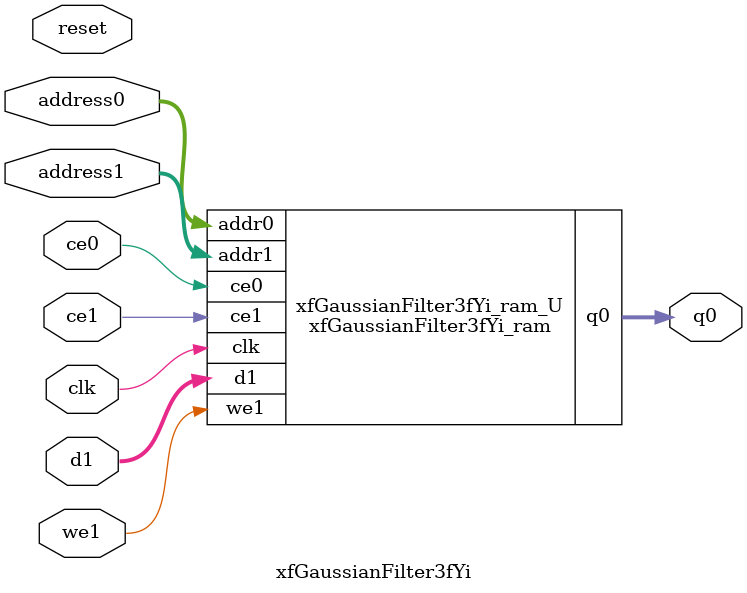
<source format=v>
`timescale 1 ns / 1 ps
module xfGaussianFilter3fYi_ram (addr0, ce0, q0, addr1, ce1, d1, we1,  clk);

parameter DWIDTH = 8;
parameter AWIDTH = 11;
parameter MEM_SIZE = 1920;

input[AWIDTH-1:0] addr0;
input ce0;
output reg[DWIDTH-1:0] q0;
input[AWIDTH-1:0] addr1;
input ce1;
input[DWIDTH-1:0] d1;
input we1;
input clk;

(* ram_style = "block" *)reg [DWIDTH-1:0] ram[0:MEM_SIZE-1];




always @(posedge clk)  
begin 
    if (ce0) begin
        q0 <= ram[addr0];
    end
end


always @(posedge clk)  
begin 
    if (ce1) begin
        if (we1) 
            ram[addr1] <= d1; 
    end
end


endmodule

`timescale 1 ns / 1 ps
module xfGaussianFilter3fYi(
    reset,
    clk,
    address0,
    ce0,
    q0,
    address1,
    ce1,
    we1,
    d1);

parameter DataWidth = 32'd8;
parameter AddressRange = 32'd1920;
parameter AddressWidth = 32'd11;
input reset;
input clk;
input[AddressWidth - 1:0] address0;
input ce0;
output[DataWidth - 1:0] q0;
input[AddressWidth - 1:0] address1;
input ce1;
input we1;
input[DataWidth - 1:0] d1;



xfGaussianFilter3fYi_ram xfGaussianFilter3fYi_ram_U(
    .clk( clk ),
    .addr0( address0 ),
    .ce0( ce0 ),
    .q0( q0 ),
    .addr1( address1 ),
    .ce1( ce1 ),
    .we1( we1 ),
    .d1( d1 ));

endmodule






































































































</source>
